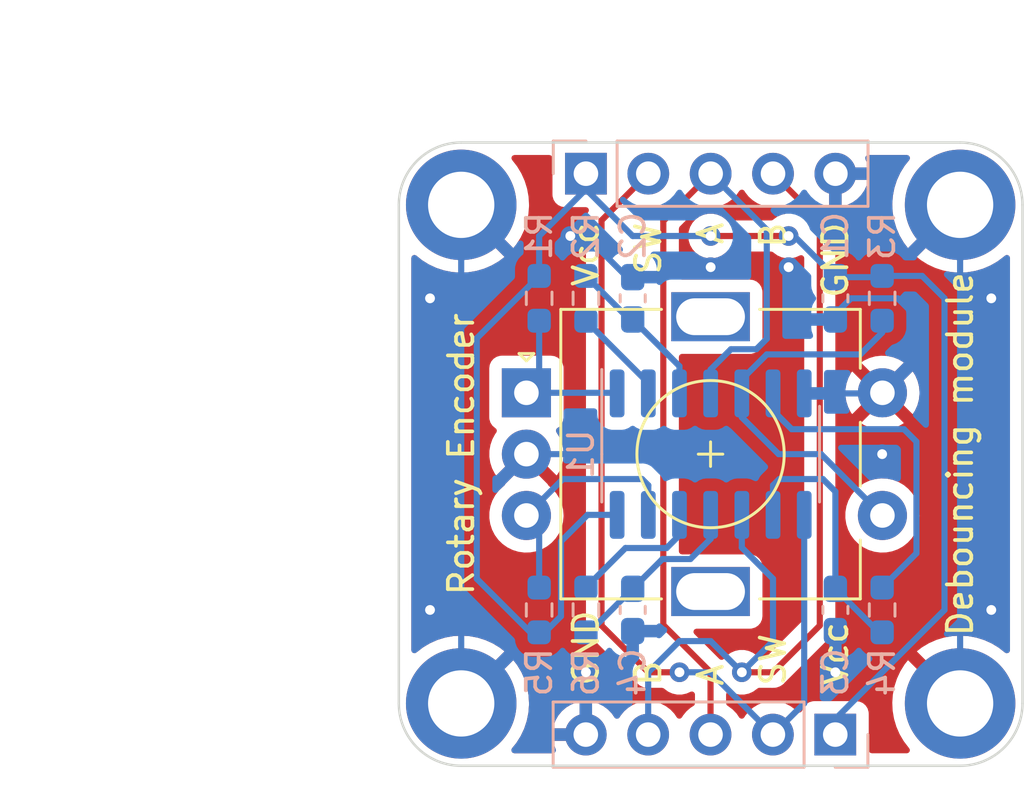
<source format=kicad_pcb>
(kicad_pcb (version 20210424) (generator pcbnew)
  (layers (0 "F.Cu" signal) (31 "B.Cu" signal) (34 "B.Paste" user) (35 "F.Paste" user) (36 "B.SilkS" user "B.Silkscreen") (37 "F.SilkS" user "F.Silkscreen") (38 "B.Mask" user) (39 "F.Mask" user) (44 "Edge.Cuts" user))
  (net 0 "")
  (net 1 "Net-(C4-Pad1)")
  (net 2 "GND")
  (net 3 "Net-(C2-Pad1)")
  (net 4 "Net-(C3-Pad1)")
  (net 5 "VCC")
  (net 6 "Switch")
  (net 7 "A")
  (net 8 "B")
  (net 9 "B_debounced")
  (net 10 "Switch_debounced")
  (net 11 "A_debounced")
  (net 12 "Net-(R4-Pad1)")
  (net 13 "Net-(R2-Pad1)")
  (net 14 "Net-(R6-Pad1)")
  (footprint "MountingHole:MountingHole_2.7mm_M2.5_ISO7380_Pad_TopBottom" (layer "F.Cu") (at 175.26 109.22)
    (fp_text reference "H1" hide)
    (fp_text value "M2.5")
    (pad "1" thru_hole circle locked (at 0 0) (size 3.1 3.1) (drill 2.7) (layers *.Cu *.Mask) (net 2 "GND"))
    (pad "1" connect circle locked (at 0 0) (size 4.5 4.5) (layers "F.Cu" "F.Mask") (net 2 "GND"))
    (pad "1" connect circle locked (at 0 0) (size 4.5 4.5) (layers "B.Cu" "B.Mask") (net 2 "GND"))
  )
  (footprint "MountingHole:MountingHole_2.7mm_M2.5_ISO7380_Pad_TopBottom" (layer "F.Cu") (at 195.58 109.22)
    (fp_text reference "H2" hide)
    (fp_text value "M2.5")
    (pad "1" connect circle locked (at 0 0) (size 4.5 4.5) (layers "F.Cu" "F.Mask") (net 2 "GND"))
    (pad "1" thru_hole circle locked (at 0 0) (size 3.1 3.1) (drill 2.7) (layers *.Cu *.Mask) (net 2 "GND"))
    (pad "1" connect circle locked (at 0 0) (size 4.5 4.5) (layers "B.Cu" "B.Mask") (net 2 "GND"))
  )
  (footprint "Rotary_Encoder:RotaryEncoder_Alps_EC11E-Switch_Vertical_H20mm" (layer "F.Cu") (at 177.916 96.56)
    (fp_text reference "SW1" hide)
    (fp_text value "EC11")
    (fp_line (start 1.4 -3.4) (end 1.4 8.4) (layer "F.SilkS") (width 0.12))
    (fp_line (start 0 -1.3) (end -0.3 -1.6) (layer "F.SilkS") (width 0.12))
    (fp_line (start 13.6 8.4) (end 9.5 8.4) (layer "F.SilkS") (width 0.12))
    (fp_line (start 13.6 6) (end 13.6 8.4) (layer "F.SilkS") (width 0.12))
    (fp_line (start 7.5 2) (end 7.5 3) (layer "F.SilkS") (width 0.12))
    (fp_line (start 13.6 1.2) (end 13.6 3.8) (layer "F.SilkS") (width 0.12))
    (fp_line (start 5.5 -3.4) (end 1.4 -3.4) (layer "F.SilkS") (width 0.12))
    (fp_line (start 7 2.5) (end 8 2.5) (layer "F.SilkS") (width 0.12))
    (fp_line (start 5.5 8.4) (end 1.4 8.4) (layer "F.SilkS") (width 0.12))
    (fp_line (start 13.6 -3.4) (end 13.6 -1) (layer "F.SilkS") (width 0.12))
    (fp_line (start 0.3 -1.6) (end 0 -1.3) (layer "F.SilkS") (width 0.12))
    (fp_line (start 9.5 -3.4) (end 13.6 -3.4) (layer "F.SilkS") (width 0.12))
    (fp_line (start -0.3 -1.6) (end 0.3 -1.6) (layer "F.SilkS") (width 0.12))
    (fp_circle (center 7.5 2.5) (end 10.5 2.5) (layer "F.SilkS") (width 0.12) (fill none))
    (pad "A" thru_hole rect locked (at 0 0) (size 2 2) (drill 1) (layers *.Cu *.Mask) (net 7 "A"))
    (pad "B" thru_hole circle locked (at 0 5) (size 2 2) (drill 1) (layers *.Cu *.Mask) (net 8 "B"))
    (pad "C" thru_hole circle locked (at 0 2.5) (size 2 2) (drill 1) (layers *.Cu *.Mask) (net 2 "GND"))
    (pad "MP" thru_hole rect locked (at 7.5 8.1) (size 3.2 2) (drill oval 2.8 1.5) (layers *.Cu *.Mask))
    (pad "MP" thru_hole rect locked (at 7.5 -3.1) (size 3.2 2) (drill oval 2.8 1.5) (layers *.Cu *.Mask))
    (pad "S1" thru_hole circle locked (at 14.5 5) (size 2 2) (drill 1) (layers *.Cu *.Mask) (net 6 "Switch"))
    (pad "S2" thru_hole circle locked (at 14.5 0) (size 2 2) (drill 1) (layers *.Cu *.Mask) (net 2 "GND"))
  )
  (footprint "MountingHole:MountingHole_2.7mm_M2.5_ISO7380_Pad_TopBottom" (layer "F.Cu") (at 195.58 88.9)
    (fp_text reference "H3" hide)
    (fp_text value "M2.5")
    (pad "1" thru_hole circle locked (at 0 0) (size 3.1 3.1) (drill 2.7) (layers *.Cu *.Mask) (net 2 "GND"))
    (pad "1" connect circle locked (at 0 0) (size 4.5 4.5) (layers "F.Cu" "F.Mask") (net 2 "GND"))
    (pad "1" connect circle locked (at 0 0) (size 4.5 4.5) (layers "B.Cu" "B.Mask") (net 2 "GND"))
  )
  (footprint "MountingHole:MountingHole_2.7mm_M2.5_ISO7380_Pad_TopBottom" (layer "F.Cu") (at 175.26 88.9)
    (fp_text reference "H4" hide)
    (fp_text value "M2.5")
    (pad "1" connect circle locked (at 0 0) (size 4.5 4.5) (layers "F.Cu" "F.Mask") (net 2 "GND"))
    (pad "1" thru_hole circle locked (at 0 0) (size 3.1 3.1) (drill 2.7) (layers *.Cu *.Mask) (net 2 "GND"))
    (pad "1" connect circle locked (at 0 0) (size 4.5 4.5) (layers "B.Cu" "B.Mask") (net 2 "GND"))
  )
  (footprint "Resistor_SMD:R_0603_1608Metric_Pad0.98x0.95mm_HandSolder" (layer "B.Cu") (at 180.34 92.71 90)
    (fp_text reference "R2" (at 2.54 0 90) (layer "B.SilkS") (effects (justify mirror)))
    (fp_text value "10K")
    (fp_line (start -0.254724 -0.5225) (end 0.254724 -0.5225) (layer "B.SilkS") (width 0.12))
    (fp_line (start -0.254724 0.5225) (end 0.254724 0.5225) (layer "B.SilkS") (width 0.12))
    (pad "1" smd roundrect locked (at -0.9125 0 90) (size 0.975 0.95) (layers "B.Cu" "B.Paste" "B.Mask") (net 13 "Net-(R2-Pad1)"))
    (pad "2" smd roundrect locked (at 0.9125 0 90) (size 0.975 0.95) (layers "B.Cu" "B.Paste" "B.Mask") (net 3 "Net-(C2-Pad1)"))
  )
  (footprint "Resistor_SMD:R_0603_1608Metric_Pad0.98x0.95mm_HandSolder" (layer "B.Cu") (at 178.435 105.41 90)
    (fp_text reference "R5" (at -2.54 0 90) (layer "B.SilkS") (effects (justify mirror)))
    (fp_text value "10K")
    (fp_line (start -0.254724 -0.5225) (end 0.254724 -0.5225) (layer "B.SilkS") (width 0.12))
    (fp_line (start -0.254724 0.5225) (end 0.254724 0.5225) (layer "B.SilkS") (width 0.12))
    (pad "1" smd roundrect locked (at -0.9125 0 90) (size 0.975 0.95) (layers "B.Cu" "B.Paste" "B.Mask") (net 5 "VCC"))
    (pad "2" smd roundrect locked (at 0.9125 0 90) (size 0.975 0.95) (layers "B.Cu" "B.Paste" "B.Mask") (net 8 "B"))
  )
  (footprint "Connector_PinHeader_2.54mm:PinHeader_1x05_P2.54mm_Vertical" (layer "B.Cu") (at 180.34 87.63 -90)
    (fp_text reference "J2" hide)
    (fp_text value "Header")
    (fp_line (start -1.33 0) (end -1.33 1.33) (layer "B.SilkS") (width 0.12))
    (fp_line (start 1.33 -1.27) (end 1.33 -11.49) (layer "B.SilkS") (width 0.12))
    (fp_line (start -1.33 -11.49) (end 1.33 -11.49) (layer "B.SilkS") (width 0.12))
    (fp_line (start -1.33 -1.27) (end 1.33 -1.27) (layer "B.SilkS") (width 0.12))
    (fp_line (start -1.33 -1.27) (end -1.33 -11.49) (layer "B.SilkS") (width 0.12))
    (fp_line (start -1.33 1.33) (end 0 1.33) (layer "B.SilkS") (width 0.12))
    (pad "1" thru_hole rect locked (at 0 0 270) (size 1.7 1.7) (drill 1) (layers *.Cu *.Mask) (net 5 "VCC"))
    (pad "2" thru_hole oval locked (at 0 -2.54 270) (size 1.7 1.7) (drill 1) (layers *.Cu *.Mask) (net 10 "Switch_debounced"))
    (pad "3" thru_hole oval locked (at 0 -5.08 90) (size 1.7 1.7) (drill 1) (layers *.Cu *.Mask) (net 11 "A_debounced"))
    (pad "4" thru_hole oval locked (at 0 -7.62 270) (size 1.7 1.7) (drill 1) (layers *.Cu *.Mask) (net 9 "B_debounced"))
    (pad "5" thru_hole oval locked (at 0 -10.16 270) (size 1.7 1.7) (drill 1) (layers *.Cu *.Mask) (net 2 "GND"))
  )
  (footprint "Package_SO:SOIC-14_3.9x8.7mm_P1.27mm" (layer "B.Cu") (at 185.42 99.06 -90)
    (fp_text reference "U1" (at 0 5.28 90) (layer "B.SilkS") (effects (justify mirror)))
    (fp_text value "74HC14" hide)
    (fp_line (start 0 4.435) (end 1.95 4.435) (layer "B.SilkS") (width 0.12))
    (fp_line (start 0 -4.435) (end -1.95 -4.435) (layer "B.SilkS") (width 0.12))
    (fp_line (start 0 -4.435) (end 1.95 -4.435) (layer "B.SilkS") (width 0.12))
    (fp_line (start 0 4.435) (end -3.45 4.435) (layer "B.SilkS") (width 0.12))
    (pad "1" smd roundrect locked (at -2.475 3.81 270) (size 1.95 0.6) (layers "B.Cu" "B.Paste" "B.Mask") (net 7 "A"))
    (pad "2" smd roundrect locked (at -2.475 2.54 270) (size 1.95 0.6) (layers "B.Cu" "B.Paste" "B.Mask") (net 13 "Net-(R2-Pad1)"))
    (pad "3" smd roundrect locked (at -2.475 1.27 270) (size 1.95 0.6) (layers "B.Cu" "B.Paste" "B.Mask") (net 3 "Net-(C2-Pad1)"))
    (pad "4" smd roundrect locked (at -2.475 0 270) (size 1.95 0.6) (layers "B.Cu" "B.Paste" "B.Mask") (net 11 "A_debounced"))
    (pad "5" smd roundrect locked (at -2.475 -1.27 270) (size 1.95 0.6) (layers "B.Cu" "B.Paste" "B.Mask") (net 6 "Switch"))
    (pad "6" smd roundrect locked (at -2.475 -2.54 270) (size 1.95 0.6) (layers "B.Cu" "B.Paste" "B.Mask") (net 12 "Net-(R4-Pad1)"))
    (pad "7" smd roundrect locked (at -2.475 -3.81 270) (size 1.95 0.6) (layers "B.Cu" "B.Paste" "B.Mask") (net 2 "GND"))
    (pad "8" smd roundrect locked (at 2.475 -3.81 270) (size 1.95 0.6) (layers "B.Cu" "B.Paste" "B.Mask") (net 10 "Switch_debounced"))
    (pad "9" smd roundrect locked (at 2.475 -2.54 270) (size 1.95 0.6) (layers "B.Cu" "B.Paste" "B.Mask") (net 4 "Net-(C3-Pad1)"))
    (pad "10" smd roundrect locked (at 2.475 -1.27 270) (size 1.95 0.6) (layers "B.Cu" "B.Paste" "B.Mask") (net 9 "B_debounced"))
    (pad "11" smd roundrect locked (at 2.475 0 270) (size 1.95 0.6) (layers "B.Cu" "B.Paste" "B.Mask") (net 1 "Net-(C4-Pad1)"))
    (pad "12" smd roundrect locked (at 2.475 1.27 270) (size 1.95 0.6) (layers "B.Cu" "B.Paste" "B.Mask") (net 14 "Net-(R6-Pad1)"))
    (pad "13" smd roundrect locked (at 2.475 2.54 270) (size 1.95 0.6) (layers "B.Cu" "B.Paste" "B.Mask") (net 8 "B"))
    (pad "14" smd roundrect locked (at 2.475 3.81 270) (size 1.95 0.6) (layers "B.Cu" "B.Paste" "B.Mask") (net 5 "VCC"))
  )
  (footprint "Capacitor_SMD:C_0603_1608Metric_Pad1.08x0.95mm_HandSolder" (layer "B.Cu") (at 190.5 105.41 -90)
    (fp_text reference "C3" (at 2.54 0 90) (layer "B.SilkS") (effects (justify mirror)))
    (fp_text value "100nF")
    (fp_line (start -0.146267 0.51) (end 0.146267 0.51) (layer "B.SilkS") (width 0.12))
    (fp_line (start -0.146267 -0.51) (end 0.146267 -0.51) (layer "B.SilkS") (width 0.12))
    (pad "1" smd roundrect locked (at -0.8625 0 270) (size 1.075 0.95) (layers "B.Cu" "B.Paste" "B.Mask") (net 4 "Net-(C3-Pad1)"))
    (pad "2" smd roundrect locked (at 0.8625 0 270) (size 1.075 0.95) (layers "B.Cu" "B.Paste" "B.Mask") (net 2 "GND"))
  )
  (footprint "Resistor_SMD:R_0603_1608Metric_Pad0.98x0.95mm_HandSolder" (layer "B.Cu") (at 192.405 92.71 -90)
    (fp_text reference "R3" (at -2.54 0 90) (layer "B.SilkS") (effects (justify mirror)))
    (fp_text value "10K")
    (fp_line (start -0.254724 0.5225) (end 0.254724 0.5225) (layer "B.SilkS") (width 0.12))
    (fp_line (start -0.254724 -0.5225) (end 0.254724 -0.5225) (layer "B.SilkS") (width 0.12))
    (pad "1" smd roundrect locked (at -0.9125 0 270) (size 0.975 0.95) (layers "B.Cu" "B.Paste" "B.Mask") (net 5 "VCC"))
    (pad "2" smd roundrect locked (at 0.9125 0 270) (size 0.975 0.95) (layers "B.Cu" "B.Paste" "B.Mask") (net 6 "Switch"))
  )
  (footprint "Resistor_SMD:R_0603_1608Metric_Pad0.98x0.95mm_HandSolder" (layer "B.Cu") (at 192.405 105.41 -90)
    (fp_text reference "R4" (at 2.54 0 90) (layer "B.SilkS") (effects (justify mirror)))
    (fp_text value "10K")
    (fp_line (start -0.254724 -0.5225) (end 0.254724 -0.5225) (layer "B.SilkS") (width 0.12))
    (fp_line (start -0.254724 0.5225) (end 0.254724 0.5225) (layer "B.SilkS") (width 0.12))
    (pad "1" smd roundrect locked (at -0.9125 0 270) (size 0.975 0.95) (layers "B.Cu" "B.Paste" "B.Mask") (net 12 "Net-(R4-Pad1)"))
    (pad "2" smd roundrect locked (at 0.9125 0 270) (size 0.975 0.95) (layers "B.Cu" "B.Paste" "B.Mask") (net 4 "Net-(C3-Pad1)"))
  )
  (footprint "Capacitor_SMD:C_0603_1608Metric_Pad1.08x0.95mm_HandSolder" (layer "B.Cu") (at 182.245 92.71 90)
    (fp_text reference "C2" (at 2.54 0 90) (layer "B.SilkS") (effects (justify mirror)))
    (fp_text value "100nF")
    (fp_line (start -0.146267 -0.51) (end 0.146267 -0.51) (layer "B.SilkS") (width 0.12))
    (fp_line (start -0.146267 0.51) (end 0.146267 0.51) (layer "B.SilkS") (width 0.12))
    (pad "1" smd roundrect locked (at -0.8625 0 90) (size 1.075 0.95) (layers "B.Cu" "B.Paste" "B.Mask") (net 3 "Net-(C2-Pad1)"))
    (pad "2" smd roundrect locked (at 0.8625 0 90) (size 1.075 0.95) (layers "B.Cu" "B.Paste" "B.Mask") (net 2 "GND"))
  )
  (footprint "Resistor_SMD:R_0603_1608Metric_Pad0.98x0.95mm_HandSolder" (layer "B.Cu") (at 178.435 92.71 -90)
    (fp_text reference "R1" (at -2.54 0 90) (layer "B.SilkS") (effects (justify mirror)))
    (fp_text value "10K")
    (fp_line (start -0.254724 0.5225) (end 0.254724 0.5225) (layer "B.SilkS") (width 0.12))
    (fp_line (start -0.254724 -0.5225) (end 0.254724 -0.5225) (layer "B.SilkS") (width 0.12))
    (pad "1" smd roundrect locked (at -0.9125 0 270) (size 0.975 0.95) (layers "B.Cu" "B.Paste" "B.Mask") (net 5 "VCC"))
    (pad "2" smd roundrect locked (at 0.9125 0 270) (size 0.975 0.95) (layers "B.Cu" "B.Paste" "B.Mask") (net 7 "A"))
  )
  (footprint "Connector_PinHeader_2.54mm:PinHeader_1x05_P2.54mm_Vertical" (layer "B.Cu") (at 190.495 110.49 90)
    (fp_text reference "J1" hide)
    (fp_text value "Header")
    (fp_line (start -1.33 1.33) (end 0 1.33) (layer "B.SilkS") (width 0.12))
    (fp_line (start -1.33 -1.27) (end 1.33 -1.27) (layer "B.SilkS") (width 0.12))
    (fp_line (start -1.33 -1.27) (end -1.33 -11.49) (layer "B.SilkS") (width 0.12))
    (fp_line (start -1.33 -11.49) (end 1.33 -11.49) (layer "B.SilkS") (width 0.12))
    (fp_line (start -1.33 0) (end -1.33 1.33) (layer "B.SilkS") (width 0.12))
    (fp_line (start 1.33 -1.27) (end 1.33 -11.49) (layer "B.SilkS") (width 0.12))
    (pad "1" thru_hole rect locked (at 0 0 90) (size 1.7 1.7) (drill 1) (layers *.Cu *.Mask) (net 5 "VCC"))
    (pad "2" thru_hole oval locked (at 0 -2.54 90) (size 1.7 1.7) (drill 1) (layers *.Cu *.Mask) (net 10 "Switch_debounced"))
    (pad "3" thru_hole oval locked (at 0 -5.08 90) (size 1.7 1.7) (drill 1) (layers *.Cu *.Mask) (net 11 "A_debounced"))
    (pad "4" thru_hole oval locked (at 0 -7.62 90) (size 1.7 1.7) (drill 1) (layers *.Cu *.Mask) (net 9 "B_debounced"))
    (pad "5" thru_hole oval locked (at 0 -10.16 90) (size 1.7 1.7) (drill 1) (layers *.Cu *.Mask) (net 2 "GND"))
  )
  (footprint "Resistor_SMD:R_0603_1608Metric_Pad0.98x0.95mm_HandSolder" (layer "B.Cu") (at 180.34 105.41 -90)
    (fp_text reference "R6" (at 2.54 0 90) (layer "B.SilkS") (effects (justify mirror)))
    (fp_text value "10K")
    (fp_line (start -0.254724 0.5225) (end 0.254724 0.5225) (layer "B.SilkS") (width 0.12))
    (fp_line (start -0.254724 -0.5225) (end 0.254724 -0.5225) (layer "B.SilkS") (width 0.12))
    (pad "1" smd roundrect locked (at -0.9125 0 270) (size 0.975 0.95) (layers "B.Cu" "B.Paste" "B.Mask") (net 14 "Net-(R6-Pad1)"))
    (pad "2" smd roundrect locked (at 0.9125 0 270) (size 0.975 0.95) (layers "B.Cu" "B.Paste" "B.Mask") (net 1 "Net-(C4-Pad1)"))
  )
  (footprint "Capacitor_SMD:C_0603_1608Metric_Pad1.08x0.95mm_HandSolder" (layer "B.Cu") (at 182.245 105.41 -90)
    (fp_text reference "C4" (at 2.54 0 90) (layer "B.SilkS") (effects (justify mirror)))
    (fp_text value "100nF")
    (fp_line (start -0.146267 -0.51) (end 0.146267 -0.51) (layer "B.SilkS") (width 0.12))
    (fp_line (start -0.146267 0.51) (end 0.146267 0.51) (layer "B.SilkS") (width 0.12))
    (pad "1" smd roundrect locked (at -0.8625 0 270) (size 1.075 0.95) (layers "B.Cu" "B.Paste" "B.Mask") (net 1 "Net-(C4-Pad1)"))
    (pad "2" smd roundrect locked (at 0.8625 0 270) (size 1.075 0.95) (layers "B.Cu" "B.Paste" "B.Mask") (net 2 "GND"))
  )
  (footprint "Capacitor_SMD:C_0603_1608Metric_Pad1.08x0.95mm_HandSolder" (layer "B.Cu") (at 190.5 92.71 -90)
    (fp_text reference "C1" (at -2.54 0 90) (layer "B.SilkS") (effects (justify mirror)))
    (fp_text value "100nF")
    (fp_line (start -0.146267 0.51) (end 0.146267 0.51) (layer "B.SilkS") (width 0.12))
    (fp_line (start -0.146267 -0.51) (end 0.146267 -0.51) (layer "B.SilkS") (width 0.12))
    (pad "1" smd roundrect locked (at -0.8625 0 270) (size 1.075 0.95) (layers "B.Cu" "B.Paste" "B.Mask") (net 5 "VCC"))
    (pad "2" smd roundrect locked (at 0.8625 0 270) (size 1.075 0.95) (layers "B.Cu" "B.Paste" "B.Mask") (net 2 "GND"))
  )
  (gr_arc (start 175.26 109.22) (end 175.26 111.76) (angle 90) (layer "Edge.Cuts") (width 0.1))
  (gr_arc (start 195.58 109.22) (end 198.12 109.22) (angle 90) (layer "Edge.Cuts") (width 0.1))
  (gr_arc (start 195.58 88.9) (end 195.58 86.36) (angle 90) (layer "Edge.Cuts") (width 0.1))
  (gr_line (start 198.12 109.22) (end 198.12 88.9) (layer "Edge.Cuts") (width 0.1))
  (gr_arc (start 175.26 88.9) (end 172.72 88.9) (angle 90) (layer "Edge.Cuts") (width 0.1))
  (gr_line (start 195.58 86.36) (end 175.26 86.36) (layer "Edge.Cuts") (width 0.1))
  (gr_line (start 172.72 88.9) (end 172.72 109.22) (layer "Edge.Cuts") (width 0.1))
  (gr_line (start 175.26 111.76) (end 195.58 111.76) (layer "Edge.Cuts") (width 0.1))
  (gr_text "A" (at 185.42 108.585 90) (layer "F.SilkS") (effects (font (size 1 1)) (justify left)))
  (gr_text "A" (at 185.42 89.535 90) (layer "F.SilkS") (effects (font (size 1 1)) (justify right)))
  (gr_text "SW" (at 187.96 108.585 90) (layer "F.SilkS") (effects (font (size 1 1)) (justify left)))
  (gr_text "Vcc" (at 180.34 89.535 90) (layer "F.SilkS") (effects (font (size 1 1)) (justify right)))
  (gr_text "GND" (at 190.5 89.535 90) (layer "F.SilkS") (effects (font (size 1 1)) (justify right)))
  (gr_text "Rotary Encoder" (at 175.26 99.06 90) (layer "F.SilkS") (effects (font (size 1 1))))
  (gr_text "B" (at 182.88 108.585 90) (layer "F.SilkS") (effects (font (size 1 1)) (justify left)))
  (gr_text "Debouncing module" (at 195.58 99.06 90) (layer "F.SilkS") (effects (font (size 1 1))))
  (gr_text "GND" (at 180.34 108.585 90) (layer "F.SilkS") (effects (font (size 1 1)) (justify left)))
  (gr_text "Vcc" (at 190.495 108.585 90) (layer "F.SilkS") (effects (font (size 1 1)) (justify left)))
  (gr_text "B" (at 187.96 89.535 90) (layer "F.SilkS") (effects (font (size 1 1)) (justify right)))
  (gr_text "SW" (at 182.88 89.535 90) (layer "F.SilkS") (effects (font (size 1 1)) (justify right)))
  (segment (start 182.245 104.5475) (end 183.457011 103.335489) (width 0.25) (layer "B.Cu") (net 1))
  (segment (start 180.47 106.3225) (end 182.245 104.5475) (width 0.25) (layer "B.Cu") (net 1))
  (segment (start 183.457011 103.335489) (end 184.594511 103.335489) (width 0.25) (layer "B.Cu") (net 1))
  (segment (start 185.42 102.51) (end 185.42 101.535) (width 0.25) (layer "B.Cu") (net 1))
  (segment (start 184.594511 103.335489) (end 185.42 102.51) (width 0.25) (layer "B.Cu") (net 1))
  (segment (start 180.34 106.3225) (end 180.47 106.3225) (width 0.25) (layer "B.Cu") (net 1))
  (via (at 173.99 92.71) (size 0.8) (drill 0.4) (layers "F.Cu" "B.Cu") (net 2))
  (via (at 179.705 90.17) (size 0.8) (drill 0.4) (layers "F.Cu" "B.Cu") (net 2))
  (via (at 180.34 107.95) (size 0.8) (drill 0.4) (layers "F.Cu" "B.Cu") (net 2))
  (via (at 196.85 105.41) (size 0.8) (drill 0.4) (layers "F.Cu" "B.Cu") (net 2))
  (via (at 192.405 99.06) (size 0.8) (drill 0.4) (layers "F.Cu" "B.Cu") (net 2))
  (via (at 188.595 91.44) (size 0.8) (drill 0.4) (layers "F.Cu" "B.Cu") (net 2))
  (via (at 185.42 91.44) (size 0.8) (drill 0.4) (layers "F.Cu" "B.Cu") (net 2))
  (via (at 173.99 105.41) (size 0.8) (drill 0.4) (layers "F.Cu" "B.Cu") (net 2))
  (via (at 190.5 107.95) (size 0.8) (drill 0.4) (layers "F.Cu" "B.Cu") (net 2))
  (via (at 196.85 92.71) (size 0.8) (drill 0.4) (layers "F.Cu" "B.Cu") (net 2))
  (segment (start 177.916 99.06) (end 185.42 99.06) (width 0.25) (layer "B.Cu") (net 2))
  (segment (start 192.391 96.585) (end 192.416 96.56) (width 0.25) (layer "B.Cu") (net 2))
  (segment (start 193.675 95.301) (end 192.416 96.56) (width 0.25) (layer "B.Cu") (net 2))
  (segment (start 190.5 93.5725) (end 190.5 93.345) (width 0.25) (layer "B.Cu") (net 2))
  (segment (start 193.04 92.71) (end 193.675 93.345) (width 0.25) (layer "B.Cu") (net 2))
  (segment (start 175.26 88.9) (end 175.26 109.22) (width 0.25) (layer "B.Cu") (net 2))
  (segment (start 195.58 88.9) (end 195.58 109.22) (width 0.25) (layer "B.Cu") (net 2))
  (segment (start 193.675 93.345) (end 193.675 95.301) (width 0.25) (layer "B.Cu") (net 2))
  (segment (start 182.245 91.8475) (end 182.0175 91.8475) (width 0.25) (layer "B.Cu") (net 2))
  (segment (start 182.0175 91.8475) (end 180.34 90.17) (width 0.25) (layer "B.Cu") (net 2))
  (segment (start 191.135 92.71) (end 193.04 92.71) (width 0.25) (layer "B.Cu") (net 2))
  (segment (start 190.5 93.345) (end 191.135 92.71) (width 0.25) (layer "B.Cu") (net 2))
  (segment (start 189.23 96.585) (end 192.391 96.585) (width 0.25) (layer "B.Cu") (net 2))
  (segment (start 182.115 93.5725) (end 182.245 93.5725) (width 0.25) (layer "B.Cu") (net 3))
  (segment (start 180.34 91.7975) (end 182.115 93.5725) (width 0.25) (layer "B.Cu") (net 3))
  (segment (start 184.15 96.585) (end 184.15 95.4775) (width 0.25) (layer "B.Cu") (net 3))
  (segment (start 184.15 95.4775) (end 182.245 93.5725) (width 0.25) (layer "B.Cu") (net 3))
  (segment (start 189.992 100.076) (end 188.214 100.076) (width 0.25) (layer "B.Cu") (net 4))
  (segment (start 188.214 100.076) (end 187.96 100.33) (width 0.25) (layer "B.Cu") (net 4))
  (segment (start 187.96 100.33) (end 187.96 101.535) (width 0.25) (layer "B.Cu") (net 4))
  (segment (start 192.275 106.3225) (end 190.5 104.5475) (width 0.25) (layer "B.Cu") (net 4))
  (segment (start 192.405 106.3225) (end 192.275 106.3225) (width 0.25) (layer "B.Cu") (net 4))
  (segment (start 190.5 100.584) (end 189.992 100.076) (width 0.25) (layer "B.Cu") (net 4))
  (segment (start 190.5 104.5475) (end 190.5 100.584) (width 0.25) (layer "B.Cu") (net 4))
  (segment (start 185.42 90.17) (end 188.595 90.17) (width 0.25) (layer "F.Cu") (net 5))
  (via (at 188.595 90.17) (size 0.8) (drill 0.4) (layers "F.Cu" "B.Cu") (net 5))
  (via (at 185.42 90.17) (size 0.8) (drill 0.4) (layers "F.Cu" "B.Cu") (net 5))
  (segment (start 188.8225 90.17) (end 188.595 90.17) (width 0.25) (layer "B.Cu") (net 5))
  (segment (start 178.6655 106.3225) (end 179.324 105.664) (width 0.25) (layer "B.Cu") (net 5))
  (segment (start 190.495 109.86) (end 190.495 110.49) (width 0.25) (layer "B.Cu") (net 5))
  (segment (start 180.405 101.535) (end 181.61 101.535) (width 0.25) (layer "B.Cu") (net 5))
  (segment (start 194.0325 91.7975) (end 194.945 92.71) (width 0.25) (layer "B.Cu") (net 5))
  (segment (start 192.355 91.8475) (end 192.405 91.7975) (width 0.25) (layer "B.Cu") (net 5))
  (segment (start 175.895 94.3375) (end 178.435 91.7975) (width 0.25) (layer "B.Cu") (net 5))
  (segment (start 175.895 104.14) (end 175.895 94.3375) (width 0.25) (layer "B.Cu") (net 5))
  (segment (start 182.245 90.17) (end 180.34 88.265) (width 0.25) (layer "B.Cu") (net 5))
  (segment (start 194.945 105.41) (end 190.495 109.86) (width 0.25) (layer "B.Cu") (net 5))
  (segment (start 190.5 91.8475) (end 188.8225 90.17) (width 0.25) (layer "B.Cu") (net 5))
  (segment (start 178.0775 106.3225) (end 175.895 104.14) (width 0.25) (layer "B.Cu") (net 5))
  (segment (start 178.435 106.3225) (end 178.0775 106.3225) (width 0.25) (layer "B.Cu") (net 5))
  (segment (start 192.405 91.7975) (end 194.0325 91.7975) (width 0.25) (layer "B.Cu") (net 5))
  (segment (start 178.435 106.3225) (end 178.6655 106.3225) (width 0.25) (layer "B.Cu") (net 5))
  (segment (start 185.42 90.17) (end 182.245 90.17) (width 0.25) (layer "B.Cu") (net 5))
  (segment (start 179.324 102.616) (end 180.405 101.535) (width 0.25) (layer "B.Cu") (net 5))
  (segment (start 190.5 91.8475) (end 192.355 91.8475) (width 0.25) (layer "B.Cu") (net 5))
  (segment (start 179.324 105.664) (end 179.324 102.616) (width 0.25) (layer "B.Cu") (net 5))
  (segment (start 194.945 92.71) (end 194.945 105.41) (width 0.25) (layer "B.Cu") (net 5))
  (segment (start 178.435 90.17) (end 180.34 88.265) (width 0.25) (layer "B.Cu") (net 5))
  (segment (start 180.34 87.63) (end 180.34 88.265) (width 0.25) (layer "B.Cu") (net 5))
  (segment (start 178.435 91.7975) (end 178.435 90.17) (width 0.25) (layer "B.Cu") (net 5))
  (segment (start 186.69 97.56) (end 188.19 99.06) (width 0.25) (layer "B.Cu") (net 6))
  (segment (start 192.405 94.107) (end 192.405 93.6225) (width 0.25) (layer "B.Cu") (net 6))
  (segment (start 188.19 99.06) (end 189.916 99.06) (width 0.25) (layer "B.Cu") (net 6))
  (segment (start 187.706 94.996) (end 191.516 94.996) (width 0.25) (layer "B.Cu") (net 6))
  (segment (start 189.916 99.06) (end 192.416 101.56) (width 0.25) (layer "B.Cu") (net 6))
  (segment (start 186.69 96.012) (end 187.706 94.996) (width 0.25) (layer "B.Cu") (net 6))
  (segment (start 191.516 94.996) (end 192.405 94.107) (width 0.25) (layer "B.Cu") (net 6))
  (segment (start 186.69 96.585) (end 186.69 96.012) (width 0.25) (layer "B.Cu") (net 6))
  (segment (start 186.69 96.585) (end 186.69 97.56) (width 0.25) (layer "B.Cu") (net 6))
  (segment (start 178.435 96.041) (end 177.916 96.56) (width 0.25) (layer "B.Cu") (net 7))
  (segment (start 177.916 96.56) (end 181.585 96.56) (width 0.25) (layer "B.Cu") (net 7))
  (segment (start 178.435 93.6225) (end 178.435 96.041) (width 0.25) (layer "B.Cu") (net 7))
  (segment (start 181.585 96.56) (end 181.61 96.585) (width 0.25) (layer "B.Cu") (net 7))
  (segment (start 179.4 100.076) (end 177.916 101.56) (width 0.25) (layer "B.Cu") (net 8))
  (segment (start 182.88 100.33) (end 182.626 100.076) (width 0.25) (layer "B.Cu") (net 8))
  (segment (start 178.435 102.079) (end 177.916 101.56) (width 0.25) (layer "B.Cu") (net 8))
  (segment (start 182.88 101.535) (end 182.88 100.33) (width 0.25) (layer "B.Cu") (net 8))
  (segment (start 178.435 104.4975) (end 178.435 102.079) (width 0.25) (layer "B.Cu") (net 8))
  (segment (start 182.626 100.076) (end 179.4 100.076) (width 0.25) (layer "B.Cu") (net 8))
  (segment (start 189.865 89.535) (end 189.865 106.045) (width 0.25) (layer "F.Cu") (net 9))
  (segment (start 189.865 106.045) (end 187.96 107.95) (width 0.25) (layer "F.Cu") (net 9))
  (segment (start 187.96 87.63) (end 189.865 89.535) (width 0.25) (layer "F.Cu") (net 9))
  (segment (start 187.96 107.95) (end 186.69 107.95) (width 0.25) (layer "F.Cu") (net 9))
  (via (at 186.69 107.95) (size 0.8) (drill 0.4) (layers "F.Cu" "B.Cu") (net 9))
  (segment (start 182.875 110.49) (end 182.875 107.955) (width 0.25) (layer "B.Cu") (net 9))
  (segment (start 187.96 104.14) (end 187.96 105.41) (width 0.25) (layer "B.Cu") (net 9))
  (segment (start 185.42 106.68) (end 186.69 107.95) (width 0.25) (layer "B.Cu") (net 9))
  (segment (start 186.69 102.87) (end 187.96 104.14) (width 0.25) (layer "B.Cu") (net 9))
  (segment (start 186.69 101.535) (end 186.69 102.87) (width 0.25) (layer "B.Cu") (net 9))
  (segment (start 187.96 105.41) (end 187.96 106.68) (width 0.25) (layer "B.Cu") (net 9))
  (segment (start 184.15 106.68) (end 185.42 106.68) (width 0.25) (layer "B.Cu") (net 9))
  (segment (start 187.96 105.41) (end 187.955 105.41) (width 0.25) (layer "B.Cu") (net 9))
  (segment (start 187.96 106.68) (end 186.69 107.95) (width 0.25) (layer "B.Cu") (net 9))
  (segment (start 182.875 107.955) (end 184.15 106.68) (width 0.25) (layer "B.Cu") (net 9))
  (segment (start 180.975 106.045) (end 182.88 107.95) (width 0.25) (layer "F.Cu") (net 10))
  (segment (start 182.88 87.63) (end 180.975 89.535) (width 0.25) (layer "F.Cu") (net 10))
  (segment (start 182.88 107.95) (end 184.15 107.95) (width 0.25) (layer "F.Cu") (net 10))
  (segment (start 180.975 89.535) (end 180.975 106.045) (width 0.25) (layer "F.Cu") (net 10))
  (via (at 184.15 107.95) (size 0.8) (drill 0.4) (layers "F.Cu" "B.Cu") (net 10))
  (segment (start 189.23 109.215) (end 187.955 110.49) (width 0.25) (layer "B.Cu") (net 10))
  (segment (start 185.42 107.955) (end 187.955 110.49) (width 0.25) (layer "B.Cu") (net 10))
  (segment (start 189.23 101.535) (end 189.23 109.215) (width 0.25) (layer "B.Cu") (net 10))
  (segment (start 184.15 107.95) (end 185.42 107.95) (width 0.25) (layer "B.Cu") (net 10))
  (segment (start 185.42 107.95) (end 185.42 107.955) (width 0.25) (layer "B.Cu") (net 10))
  (segment (start 185.415 107.945) (end 183.515 106.045) (width 0.25) (layer "F.Cu") (net 11))
  (segment (start 185.42 87.63) (end 183.491489 89.558511) (width 0.25) (layer "F.Cu") (net 11))
  (segment (start 183.491489 89.558511) (end 183.491489 106.021489) (width 0.25) (layer "F.Cu") (net 11))
  (segment (start 185.415 110.49) (end 185.415 107.945) (width 0.25) (layer "F.Cu") (net 11))
  (segment (start 187.281771 94.784511) (end 187.706 94.360282) (width 0.25) (layer "B.Cu") (net 11))
  (segment (start 187.706 89.916) (end 185.42 87.63) (width 0.25) (layer "B.Cu") (net 11))
  (segment (start 185.42 95.61) (end 186.245489 94.784511) (width 0.25) (layer "B.Cu") (net 11))
  (segment (start 186.245489 94.784511) (end 187.281771 94.784511) (width 0.25) (layer "B.Cu") (net 11))
  (segment (start 187.706 94.360282) (end 187.706 89.916) (width 0.25) (layer "B.Cu") (net 11))
  (segment (start 185.42 96.585) (end 185.42 95.61) (width 0.25) (layer "B.Cu") (net 11))
  (segment (start 193.802 103.1005) (end 192.405 104.4975) (width 0.25) (layer "B.Cu") (net 12))
  (segment (start 188.722 98.044) (end 193.294 98.044) (width 0.25) (layer "B.Cu") (net 12))
  (segment (start 187.96 97.282) (end 188.722 98.044) (width 0.25) (layer "B.Cu") (net 12))
  (segment (start 193.294 98.044) (end 193.802 98.552) (width 0.25) (layer "B.Cu") (net 12))
  (segment (start 193.802 98.552) (end 193.802 103.1005) (width 0.25) (layer "B.Cu") (net 12))
  (segment (start 187.96 96.585) (end 187.96 97.282) (width 0.25) (layer "B.Cu") (net 12))
  (segment (start 182.88 96.585) (end 182.88 96.1625) (width 0.25) (layer "B.Cu") (net 13))
  (segment (start 182.88 96.1625) (end 180.34 93.6225) (width 0.25) (layer "B.Cu") (net 13))
  (segment (start 183.626031 102.885969) (end 184.15 102.362) (width 0.25) (layer "B.Cu") (net 14))
  (segment (start 184.15 102.362) (end 184.15 101.535) (width 0.25) (layer "B.Cu") (net 14))
  (segment (start 180.34 104.4975) (end 181.951531 102.885969) (width 0.25) (layer "B.Cu") (net 14))
  (segment (start 181.951531 102.885969) (end 183.626031 102.885969) (width 0.25) (layer "B.Cu") (net 14))
  (zone (net 2) (net_name "GND") (layer "F.Cu") (connect_pads (clearance 0.508)) (min_thickness 0.254) (fill yes (thermal_gap 0.508) (thermal_bridge_width 0.508))
    (polygon (pts (xy 198.12 111.76) (xy 172.72 111.76) (xy 172.72 86.36) (xy 198.12 86.36)))
  )
  (zone (net 2) (net_name "GND") (layer "B.Cu") (connect_pads (clearance 0.508)) (min_thickness 0.254) (fill yes (thermal_gap 0.508) (thermal_bridge_width 0.508))
    (polygon (pts (xy 198.12 111.76) (xy 172.72 111.76) (xy 172.72 86.36) (xy 198.12 86.36)))
  )
)
</source>
